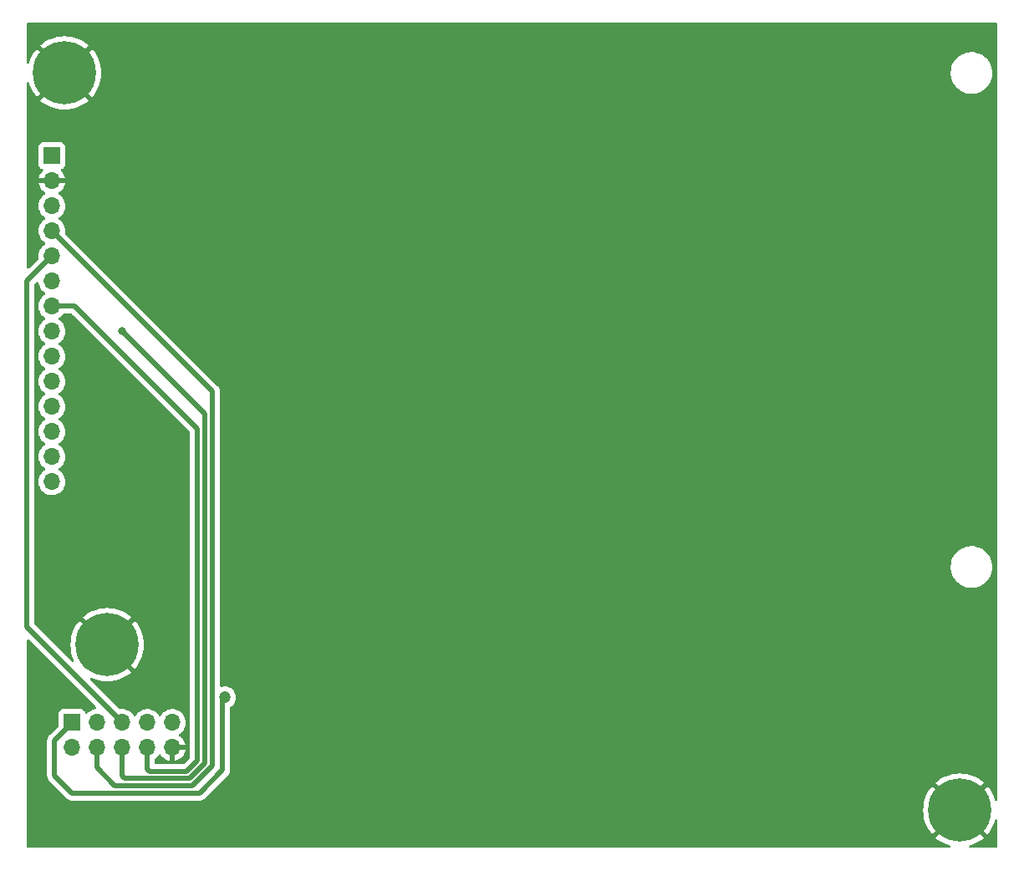
<source format=gbr>
%TF.GenerationSoftware,KiCad,Pcbnew,(6.0.7)*%
%TF.CreationDate,2023-04-15T21:14:02+02:00*%
%TF.ProjectId,LED board,4c454420-626f-4617-9264-2e6b69636164,rev?*%
%TF.SameCoordinates,Original*%
%TF.FileFunction,Copper,L2,Bot*%
%TF.FilePolarity,Positive*%
%FSLAX46Y46*%
G04 Gerber Fmt 4.6, Leading zero omitted, Abs format (unit mm)*
G04 Created by KiCad (PCBNEW (6.0.7)) date 2023-04-15 21:14:02*
%MOMM*%
%LPD*%
G01*
G04 APERTURE LIST*
%TA.AperFunction,ComponentPad*%
%ADD10C,6.400000*%
%TD*%
%TA.AperFunction,ComponentPad*%
%ADD11R,1.700000X1.700000*%
%TD*%
%TA.AperFunction,ComponentPad*%
%ADD12O,1.700000X1.700000*%
%TD*%
%TA.AperFunction,ViaPad*%
%ADD13C,1.200000*%
%TD*%
%TA.AperFunction,ViaPad*%
%ADD14C,0.800000*%
%TD*%
%TA.AperFunction,Conductor*%
%ADD15C,0.500000*%
%TD*%
G04 APERTURE END LIST*
D10*
%TO.P,,1*%
%TO.N,GND*%
X125730000Y-129032000D03*
%TD*%
D11*
%TO.P,J1,1,Pin_1*%
%TO.N,+5V*%
X120142000Y-79502000D03*
D12*
%TO.P,J1,2,Pin_2*%
%TO.N,GND*%
X120142000Y-82042000D03*
%TO.P,J1,3,Pin_3*%
%TO.N,CS*%
X120142000Y-84582000D03*
%TO.P,J1,4,Pin_4*%
%TO.N,RESET*%
X120142000Y-87122000D03*
%TO.P,J1,5,Pin_5*%
%TO.N,DC{slash}RS*%
X120142000Y-89662000D03*
%TO.P,J1,6,Pin_6*%
%TO.N,MOSI*%
X120142000Y-92202000D03*
%TO.P,J1,7,Pin_7*%
%TO.N,SCK*%
X120142000Y-94742000D03*
%TO.P,J1,8,Pin_8*%
%TO.N,LED_back*%
X120142000Y-97282000D03*
%TO.P,J1,9,Pin_9*%
%TO.N,MISO*%
X120142000Y-99822000D03*
%TO.P,J1,10,Pin_10*%
%TO.N,unconnected-(J1-Pad10)*%
X120142000Y-102362000D03*
%TO.P,J1,11,Pin_11*%
%TO.N,unconnected-(J1-Pad11)*%
X120142000Y-104902000D03*
%TO.P,J1,12,Pin_12*%
%TO.N,unconnected-(J1-Pad12)*%
X120142000Y-107442000D03*
%TO.P,J1,13,Pin_13*%
%TO.N,unconnected-(J1-Pad13)*%
X120142000Y-109982000D03*
%TO.P,J1,14,Pin_14*%
%TO.N,unconnected-(J1-Pad14)*%
X120142000Y-112522000D03*
%TD*%
D11*
%TO.P,J2,1,Pin_1*%
%TO.N,+5V*%
X122174000Y-136906000D03*
D12*
%TO.P,J2,2,Pin_2*%
%TO.N,N_in*%
X122174000Y-139446000D03*
%TO.P,J2,3,Pin_3*%
%TO.N,CS*%
X124714000Y-136906000D03*
%TO.P,J2,4,Pin_4*%
%TO.N,RESET*%
X124714000Y-139446000D03*
%TO.P,J2,5,Pin_5*%
%TO.N,DC{slash}RS*%
X127254000Y-136906000D03*
%TO.P,J2,6,Pin_6*%
%TO.N,LED_back*%
X127254000Y-139446000D03*
%TO.P,J2,7,Pin_7*%
%TO.N,MISO*%
X129794000Y-136906000D03*
%TO.P,J2,8,Pin_8*%
%TO.N,SCK*%
X129794000Y-139446000D03*
%TO.P,J2,9,Pin_9*%
%TO.N,MOSI*%
X132334000Y-136906000D03*
%TO.P,J2,10,Pin_10*%
%TO.N,GND*%
X132334000Y-139446000D03*
%TD*%
D10*
%TO.P,,1*%
%TO.N,GND*%
X212090000Y-145796000D03*
%TD*%
%TO.P,,1*%
%TO.N,GND*%
X121412000Y-71120000D03*
%TD*%
D13*
%TO.N,+5V*%
X137668000Y-134366000D03*
D14*
%TO.N,GND*%
X149606000Y-94742000D03*
X127733615Y-87868829D03*
X172720000Y-145034000D03*
X205740000Y-145288000D03*
X119634000Y-134112000D03*
X141928905Y-125390650D03*
X163568157Y-75966318D03*
X209144609Y-95524716D03*
X118618000Y-146304000D03*
X172001595Y-93730368D03*
X129032000Y-147320000D03*
X128778000Y-103886000D03*
X149352000Y-115062000D03*
X147828000Y-145542000D03*
X125348534Y-109520635D03*
X162814000Y-144526000D03*
X145445237Y-77760666D03*
X122908811Y-147534240D03*
X196596000Y-73914000D03*
X128270000Y-76200000D03*
X165354000Y-87884000D03*
X210938958Y-81528798D03*
X185279774Y-122081074D03*
%TO.N,LED_back*%
X127254000Y-97282000D03*
%TD*%
D15*
%TO.N,+5V*%
X135091000Y-144055000D02*
X137414000Y-141732000D01*
X137414000Y-134620000D02*
X137668000Y-134366000D01*
X122194000Y-144055000D02*
X135091000Y-144055000D01*
X122174000Y-136906000D02*
X122174000Y-136963000D01*
X122174000Y-136963000D02*
X120416000Y-138721000D01*
X137414000Y-141732000D02*
X137414000Y-134620000D01*
X120416000Y-138721000D02*
X120416000Y-142277000D01*
X120416000Y-142277000D02*
X122194000Y-144055000D01*
%TO.N,RESET*%
X126512000Y-143293000D02*
X134386000Y-143293000D01*
X124714000Y-139446000D02*
X124714000Y-141495000D01*
X134386000Y-143293000D02*
X136398000Y-141281000D01*
X124714000Y-141495000D02*
X126512000Y-143293000D01*
X136398000Y-141281000D02*
X136398000Y-103378000D01*
X136398000Y-103378000D02*
X120142000Y-87122000D01*
%TO.N,DC{slash}RS*%
X127254000Y-136906000D02*
X117602000Y-127254000D01*
X117602000Y-127254000D02*
X117602000Y-126746000D01*
X117602000Y-92202000D02*
X120142000Y-89662000D01*
X117602000Y-126746000D02*
X117602000Y-92202000D01*
%TO.N,SCK*%
X129794000Y-141619000D02*
X129794000Y-139446000D01*
X134874000Y-107188000D02*
X134874000Y-140799050D01*
X134874000Y-140799050D02*
X133780050Y-141893000D01*
X130068000Y-141893000D02*
X129794000Y-141619000D01*
X122428000Y-94742000D02*
X134874000Y-107188000D01*
X120142000Y-94742000D02*
X122428000Y-94742000D01*
X133780050Y-141893000D02*
X130068000Y-141893000D01*
%TO.N,LED_back*%
X134070000Y-142593000D02*
X127528000Y-142593000D01*
X135636000Y-105664000D02*
X135636000Y-141027000D01*
X127254000Y-97282000D02*
X135636000Y-105664000D01*
X127528000Y-142593000D02*
X127254000Y-142319000D01*
X127254000Y-142319000D02*
X127254000Y-139446000D01*
X135636000Y-141027000D02*
X134070000Y-142593000D01*
%TD*%
%TA.AperFunction,Conductor*%
%TO.N,GND*%
G36*
X215841621Y-66060502D02*
G01*
X215888114Y-66114158D01*
X215899500Y-66166500D01*
X215899500Y-144729569D01*
X215879498Y-144797690D01*
X215825842Y-144844183D01*
X215755568Y-144854287D01*
X215690988Y-144824793D01*
X215651793Y-144762180D01*
X215622212Y-144651785D01*
X215620171Y-144645502D01*
X215483260Y-144288836D01*
X215480578Y-144282811D01*
X215307128Y-143942397D01*
X215303831Y-143936687D01*
X215095747Y-143616265D01*
X215091877Y-143610939D01*
X214898522Y-143372165D01*
X214886267Y-143363700D01*
X214875176Y-143370034D01*
X212462022Y-145783188D01*
X212454408Y-145797132D01*
X212454539Y-145798965D01*
X212458790Y-145805580D01*
X214874310Y-148221100D01*
X214887386Y-148228241D01*
X214897753Y-148220784D01*
X215091877Y-147981061D01*
X215095747Y-147975735D01*
X215303831Y-147655313D01*
X215307128Y-147649603D01*
X215480578Y-147309189D01*
X215483260Y-147303164D01*
X215620171Y-146946498D01*
X215622212Y-146940215D01*
X215651793Y-146829820D01*
X215688745Y-146769197D01*
X215752606Y-146738176D01*
X215823100Y-146746604D01*
X215877847Y-146791807D01*
X215899500Y-146862431D01*
X215899500Y-149479500D01*
X215879498Y-149547621D01*
X215825842Y-149594114D01*
X215773500Y-149605500D01*
X213156431Y-149605500D01*
X213088310Y-149585498D01*
X213041817Y-149531842D01*
X213031713Y-149461568D01*
X213061207Y-149396988D01*
X213123820Y-149357793D01*
X213234215Y-149328212D01*
X213240498Y-149326171D01*
X213597164Y-149189260D01*
X213603189Y-149186578D01*
X213943606Y-149013127D01*
X213949315Y-149009830D01*
X214269728Y-148801751D01*
X214275065Y-148797874D01*
X214513835Y-148604522D01*
X214522300Y-148592267D01*
X214515966Y-148581176D01*
X212102812Y-146168022D01*
X212088868Y-146160408D01*
X212087035Y-146160539D01*
X212080420Y-146164790D01*
X209664900Y-148580310D01*
X209657759Y-148593386D01*
X209665216Y-148603753D01*
X209904935Y-148797874D01*
X209910272Y-148801751D01*
X210230685Y-149009830D01*
X210236394Y-149013127D01*
X210576811Y-149186578D01*
X210582836Y-149189260D01*
X210939502Y-149326171D01*
X210945785Y-149328212D01*
X211056180Y-149357793D01*
X211116803Y-149394745D01*
X211147824Y-149458606D01*
X211139396Y-149529100D01*
X211094193Y-149583847D01*
X211023569Y-149605500D01*
X117728500Y-149605500D01*
X117660379Y-149585498D01*
X117613886Y-149531842D01*
X117602500Y-149479500D01*
X117602500Y-145799301D01*
X208377084Y-145799301D01*
X208397080Y-146180833D01*
X208397766Y-146187371D01*
X208457535Y-146564734D01*
X208458906Y-146571184D01*
X208557788Y-146940216D01*
X208559829Y-146946498D01*
X208696740Y-147303164D01*
X208699422Y-147309189D01*
X208872872Y-147649603D01*
X208876169Y-147655313D01*
X209084253Y-147975735D01*
X209088123Y-147981061D01*
X209281478Y-148219835D01*
X209293733Y-148228300D01*
X209304824Y-148221966D01*
X211717978Y-145808812D01*
X211725592Y-145794868D01*
X211725461Y-145793035D01*
X211721210Y-145786420D01*
X209305690Y-143370900D01*
X209292614Y-143363759D01*
X209282247Y-143371216D01*
X209088123Y-143610939D01*
X209084253Y-143616265D01*
X208876169Y-143936687D01*
X208872872Y-143942397D01*
X208699422Y-144282811D01*
X208696740Y-144288836D01*
X208559829Y-144645502D01*
X208557788Y-144651784D01*
X208458906Y-145020816D01*
X208457535Y-145027266D01*
X208397766Y-145404629D01*
X208397080Y-145411167D01*
X208377084Y-145792699D01*
X208377084Y-145799301D01*
X117602500Y-145799301D01*
X117602500Y-128631371D01*
X117622502Y-128563250D01*
X117676158Y-128516757D01*
X117746432Y-128506653D01*
X117811012Y-128536147D01*
X117817595Y-128542276D01*
X124618603Y-135343284D01*
X124652629Y-135405596D01*
X124647564Y-135476411D01*
X124605017Y-135533247D01*
X124548567Y-135556929D01*
X124547914Y-135557029D01*
X124398091Y-135579955D01*
X124185756Y-135649357D01*
X123987607Y-135752507D01*
X123983474Y-135755610D01*
X123983471Y-135755612D01*
X123813100Y-135883530D01*
X123808965Y-135886635D01*
X123752537Y-135945684D01*
X123728283Y-135971064D01*
X123666759Y-136006494D01*
X123595846Y-136003037D01*
X123538060Y-135961791D01*
X123519207Y-135928243D01*
X123477767Y-135817703D01*
X123474615Y-135809295D01*
X123387261Y-135692739D01*
X123270705Y-135605385D01*
X123134316Y-135554255D01*
X123072134Y-135547500D01*
X121275866Y-135547500D01*
X121213684Y-135554255D01*
X121077295Y-135605385D01*
X120960739Y-135692739D01*
X120873385Y-135809295D01*
X120822255Y-135945684D01*
X120815500Y-136007866D01*
X120815500Y-137196629D01*
X120795498Y-137264750D01*
X120778595Y-137285724D01*
X119927089Y-138137230D01*
X119912677Y-138149616D01*
X119901082Y-138158149D01*
X119901077Y-138158154D01*
X119895182Y-138162492D01*
X119890443Y-138168070D01*
X119890440Y-138168073D01*
X119860965Y-138202768D01*
X119854035Y-138210284D01*
X119848340Y-138215979D01*
X119846060Y-138218861D01*
X119830719Y-138238251D01*
X119827928Y-138241655D01*
X119788453Y-138288120D01*
X119780667Y-138297285D01*
X119777339Y-138303801D01*
X119773972Y-138308850D01*
X119770805Y-138313979D01*
X119766266Y-138319716D01*
X119735345Y-138385875D01*
X119733442Y-138389769D01*
X119700231Y-138454808D01*
X119698492Y-138461916D01*
X119696393Y-138467559D01*
X119694476Y-138473322D01*
X119691378Y-138479950D01*
X119689888Y-138487112D01*
X119689888Y-138487113D01*
X119676514Y-138551412D01*
X119675544Y-138555696D01*
X119658192Y-138626610D01*
X119657500Y-138637764D01*
X119657464Y-138637762D01*
X119657225Y-138641755D01*
X119656851Y-138645947D01*
X119655360Y-138653115D01*
X119655558Y-138660432D01*
X119657454Y-138730521D01*
X119657500Y-138733928D01*
X119657500Y-142209930D01*
X119656067Y-142228880D01*
X119654434Y-142239617D01*
X119652801Y-142250349D01*
X119653394Y-142257641D01*
X119653394Y-142257644D01*
X119657085Y-142303018D01*
X119657500Y-142313233D01*
X119657500Y-142321293D01*
X119657925Y-142324937D01*
X119660789Y-142349507D01*
X119661222Y-142353882D01*
X119667140Y-142426637D01*
X119669396Y-142433601D01*
X119670587Y-142439560D01*
X119671971Y-142445415D01*
X119672818Y-142452681D01*
X119697735Y-142521327D01*
X119699152Y-142525455D01*
X119721649Y-142594899D01*
X119725445Y-142601154D01*
X119727951Y-142606628D01*
X119730670Y-142612058D01*
X119733167Y-142618937D01*
X119737180Y-142625057D01*
X119737180Y-142625058D01*
X119773186Y-142679976D01*
X119775523Y-142683680D01*
X119813405Y-142746107D01*
X119817121Y-142750315D01*
X119817122Y-142750316D01*
X119820803Y-142754484D01*
X119820776Y-142754508D01*
X119823429Y-142757500D01*
X119826132Y-142760733D01*
X119830144Y-142766852D01*
X119858932Y-142794123D01*
X119886383Y-142820128D01*
X119888825Y-142822506D01*
X121610230Y-144543911D01*
X121622616Y-144558323D01*
X121631149Y-144569918D01*
X121631154Y-144569923D01*
X121635492Y-144575818D01*
X121641070Y-144580557D01*
X121641073Y-144580560D01*
X121675768Y-144610035D01*
X121683284Y-144616965D01*
X121688980Y-144622661D01*
X121691841Y-144624924D01*
X121691846Y-144624929D01*
X121711266Y-144640293D01*
X121714667Y-144643082D01*
X121770285Y-144690333D01*
X121776798Y-144693659D01*
X121781837Y-144697020D01*
X121786979Y-144700196D01*
X121792716Y-144704734D01*
X121858875Y-144735655D01*
X121862769Y-144737558D01*
X121927808Y-144770769D01*
X121934917Y-144772508D01*
X121940551Y-144774604D01*
X121946321Y-144776523D01*
X121952950Y-144779622D01*
X121960113Y-144781112D01*
X121960116Y-144781113D01*
X122010830Y-144791661D01*
X122024435Y-144794491D01*
X122028701Y-144795457D01*
X122099610Y-144812808D01*
X122105212Y-144813156D01*
X122105215Y-144813156D01*
X122110764Y-144813500D01*
X122110762Y-144813535D01*
X122114734Y-144813775D01*
X122118955Y-144814152D01*
X122126115Y-144815641D01*
X122203542Y-144813546D01*
X122206950Y-144813500D01*
X135023930Y-144813500D01*
X135042880Y-144814933D01*
X135057115Y-144817099D01*
X135057119Y-144817099D01*
X135064349Y-144818199D01*
X135071641Y-144817606D01*
X135071644Y-144817606D01*
X135117018Y-144813915D01*
X135127233Y-144813500D01*
X135135293Y-144813500D01*
X135152680Y-144811473D01*
X135163507Y-144810211D01*
X135167882Y-144809778D01*
X135233339Y-144804454D01*
X135233342Y-144804453D01*
X135240637Y-144803860D01*
X135247601Y-144801604D01*
X135253560Y-144800413D01*
X135259415Y-144799029D01*
X135266681Y-144798182D01*
X135335327Y-144773265D01*
X135339455Y-144771848D01*
X135401936Y-144751607D01*
X135401938Y-144751606D01*
X135408899Y-144749351D01*
X135415154Y-144745555D01*
X135420628Y-144743049D01*
X135426058Y-144740330D01*
X135432937Y-144737833D01*
X135445542Y-144729569D01*
X135493976Y-144697814D01*
X135497680Y-144695477D01*
X135560107Y-144657595D01*
X135568484Y-144650197D01*
X135568508Y-144650224D01*
X135571500Y-144647571D01*
X135574733Y-144644868D01*
X135580852Y-144640856D01*
X135634128Y-144584617D01*
X135636506Y-144582175D01*
X137218948Y-142999733D01*
X209657700Y-142999733D01*
X209664034Y-143010824D01*
X212077188Y-145423978D01*
X212091132Y-145431592D01*
X212092965Y-145431461D01*
X212099580Y-145427210D01*
X214515100Y-143011690D01*
X214522241Y-142998614D01*
X214514784Y-142988247D01*
X214275065Y-142794126D01*
X214269728Y-142790249D01*
X213949315Y-142582170D01*
X213943606Y-142578873D01*
X213603189Y-142405422D01*
X213597164Y-142402740D01*
X213240498Y-142265829D01*
X213234216Y-142263788D01*
X212865184Y-142164906D01*
X212858734Y-142163535D01*
X212481371Y-142103766D01*
X212474833Y-142103080D01*
X212093301Y-142083084D01*
X212086699Y-142083084D01*
X211705167Y-142103080D01*
X211698629Y-142103766D01*
X211321266Y-142163535D01*
X211314816Y-142164906D01*
X210945784Y-142263788D01*
X210939502Y-142265829D01*
X210582836Y-142402740D01*
X210576811Y-142405422D01*
X210236397Y-142578872D01*
X210230687Y-142582169D01*
X209910265Y-142790253D01*
X209904939Y-142794123D01*
X209666165Y-142987478D01*
X209657700Y-142999733D01*
X137218948Y-142999733D01*
X137902911Y-142315770D01*
X137917323Y-142303384D01*
X137928918Y-142294851D01*
X137928923Y-142294846D01*
X137934818Y-142290508D01*
X137939557Y-142284930D01*
X137939560Y-142284927D01*
X137969035Y-142250232D01*
X137975965Y-142242716D01*
X137981660Y-142237021D01*
X137988101Y-142228880D01*
X137999281Y-142214749D01*
X138002072Y-142211345D01*
X138044591Y-142161297D01*
X138044592Y-142161295D01*
X138049333Y-142155715D01*
X138052661Y-142149199D01*
X138056028Y-142144150D01*
X138059195Y-142139021D01*
X138063734Y-142133284D01*
X138094655Y-142067125D01*
X138096561Y-142063225D01*
X138108162Y-142040506D01*
X138129769Y-141998192D01*
X138131508Y-141991084D01*
X138133607Y-141985441D01*
X138135524Y-141979678D01*
X138138622Y-141973050D01*
X138153487Y-141901583D01*
X138154457Y-141897299D01*
X138169227Y-141836937D01*
X138171808Y-141826390D01*
X138172500Y-141815236D01*
X138172536Y-141815238D01*
X138172775Y-141811245D01*
X138173149Y-141807053D01*
X138174640Y-141799885D01*
X138172546Y-141722479D01*
X138172500Y-141719072D01*
X138172500Y-135427899D01*
X138192502Y-135359778D01*
X138236931Y-135317967D01*
X138298551Y-135283458D01*
X138455186Y-135153186D01*
X138585458Y-134996551D01*
X138685004Y-134818799D01*
X138686860Y-134813332D01*
X138686862Y-134813327D01*
X138748634Y-134631352D01*
X138748635Y-134631347D01*
X138750490Y-134625883D01*
X138779723Y-134424263D01*
X138781249Y-134366000D01*
X138762608Y-134163126D01*
X138707307Y-133967047D01*
X138617201Y-133784329D01*
X138495305Y-133621091D01*
X138345703Y-133482800D01*
X138299675Y-133453759D01*
X138178288Y-133377169D01*
X138178283Y-133377167D01*
X138173404Y-133374088D01*
X137984180Y-133298595D01*
X137784366Y-133258849D01*
X137778592Y-133258773D01*
X137778588Y-133258773D01*
X137675452Y-133257424D01*
X137580655Y-133256183D01*
X137574958Y-133257162D01*
X137574957Y-133257162D01*
X137385567Y-133289705D01*
X137379870Y-133290684D01*
X137326110Y-133310517D01*
X137255278Y-133315329D01*
X137193087Y-133281082D01*
X137159285Y-133218649D01*
X137156500Y-133192305D01*
X137156500Y-121135869D01*
X211170689Y-121135869D01*
X211187238Y-121422883D01*
X211188063Y-121427088D01*
X211188064Y-121427096D01*
X211220010Y-121589921D01*
X211242586Y-121704995D01*
X211243973Y-121709045D01*
X211243974Y-121709050D01*
X211319557Y-121929807D01*
X211335710Y-121976986D01*
X211337637Y-121980817D01*
X211425310Y-122155135D01*
X211464885Y-122233822D01*
X211627721Y-122470750D01*
X211821206Y-122683388D01*
X211824501Y-122686143D01*
X211824502Y-122686144D01*
X211875258Y-122728582D01*
X212041759Y-122867798D01*
X212285298Y-123020571D01*
X212547318Y-123138877D01*
X212551437Y-123140097D01*
X212818857Y-123219311D01*
X212818862Y-123219312D01*
X212822970Y-123220529D01*
X212827204Y-123221177D01*
X212827209Y-123221178D01*
X213075811Y-123259219D01*
X213107153Y-123264015D01*
X213253485Y-123266314D01*
X213390317Y-123268464D01*
X213390323Y-123268464D01*
X213394608Y-123268531D01*
X213398860Y-123268016D01*
X213398868Y-123268016D01*
X213675756Y-123234508D01*
X213675761Y-123234507D01*
X213680017Y-123233992D01*
X213958097Y-123161039D01*
X214223704Y-123051021D01*
X214471922Y-122905974D01*
X214698159Y-122728582D01*
X214739285Y-122686144D01*
X214895244Y-122525206D01*
X214898227Y-122522128D01*
X214900760Y-122518680D01*
X214900764Y-122518675D01*
X215065887Y-122293886D01*
X215068425Y-122290431D01*
X215205604Y-122037779D01*
X215307225Y-121768848D01*
X215371407Y-121488613D01*
X215385675Y-121328748D01*
X215396743Y-121204726D01*
X215396743Y-121204724D01*
X215396963Y-121202260D01*
X215397427Y-121158000D01*
X215377873Y-120871175D01*
X215373336Y-120849264D01*
X215320443Y-120593855D01*
X215319574Y-120589658D01*
X215223607Y-120318657D01*
X215091750Y-120063188D01*
X215078488Y-120044317D01*
X214928904Y-119831482D01*
X214926441Y-119827977D01*
X214730740Y-119617378D01*
X214508268Y-119435287D01*
X214263142Y-119285073D01*
X214245048Y-119277130D01*
X214003830Y-119171243D01*
X213999898Y-119169517D01*
X213973963Y-119162129D01*
X213727534Y-119091932D01*
X213727535Y-119091932D01*
X213723406Y-119090756D01*
X213510704Y-119060485D01*
X213443036Y-119050854D01*
X213443034Y-119050854D01*
X213438784Y-119050249D01*
X213434495Y-119050227D01*
X213434488Y-119050226D01*
X213155583Y-119048765D01*
X213155576Y-119048765D01*
X213151297Y-119048743D01*
X213147053Y-119049302D01*
X213147049Y-119049302D01*
X213021660Y-119065810D01*
X212866266Y-119086268D01*
X212862126Y-119087401D01*
X212862124Y-119087401D01*
X212785311Y-119108415D01*
X212588964Y-119162129D01*
X212585016Y-119163813D01*
X212328476Y-119273237D01*
X212328472Y-119273239D01*
X212324524Y-119274923D01*
X212199960Y-119349473D01*
X212081521Y-119420357D01*
X212081517Y-119420360D01*
X212077839Y-119422561D01*
X211853472Y-119602313D01*
X211655577Y-119810851D01*
X211487814Y-120044317D01*
X211353288Y-120298392D01*
X211254489Y-120568373D01*
X211193245Y-120849264D01*
X211192909Y-120853534D01*
X211171196Y-121129428D01*
X211171195Y-121129428D01*
X211171196Y-121129430D01*
X211170689Y-121135869D01*
X137156500Y-121135869D01*
X137156500Y-103445070D01*
X137157933Y-103426120D01*
X137160099Y-103411885D01*
X137160099Y-103411881D01*
X137161199Y-103404651D01*
X137156915Y-103351982D01*
X137156500Y-103341767D01*
X137156500Y-103333707D01*
X137153209Y-103305480D01*
X137152778Y-103301121D01*
X137147454Y-103235662D01*
X137147453Y-103235659D01*
X137146860Y-103228364D01*
X137144604Y-103221400D01*
X137143417Y-103215461D01*
X137142030Y-103209590D01*
X137141182Y-103202319D01*
X137138686Y-103195443D01*
X137138684Y-103195434D01*
X137116275Y-103133702D01*
X137114865Y-103129598D01*
X137092352Y-103060101D01*
X137088556Y-103053846D01*
X137086057Y-103048387D01*
X137083329Y-103042939D01*
X137080833Y-103036063D01*
X137040805Y-102975010D01*
X137038481Y-102971327D01*
X137003504Y-102913686D01*
X137003501Y-102913682D01*
X137000595Y-102908893D01*
X136996886Y-102904694D01*
X136996883Y-102904689D01*
X136993197Y-102900516D01*
X136993224Y-102900492D01*
X136990571Y-102897500D01*
X136987868Y-102894267D01*
X136983856Y-102888148D01*
X136927617Y-102834872D01*
X136925175Y-102832494D01*
X121521609Y-87428928D01*
X121487583Y-87366616D01*
X121485782Y-87323389D01*
X121503529Y-87188590D01*
X121505156Y-87122000D01*
X121486852Y-86899361D01*
X121432431Y-86682702D01*
X121343354Y-86477840D01*
X121222014Y-86290277D01*
X121071670Y-86125051D01*
X121067619Y-86121852D01*
X121067615Y-86121848D01*
X120900414Y-85989800D01*
X120900410Y-85989798D01*
X120896359Y-85986598D01*
X120855053Y-85963796D01*
X120805084Y-85913364D01*
X120790312Y-85843921D01*
X120815428Y-85777516D01*
X120842780Y-85750909D01*
X120886603Y-85719650D01*
X121021860Y-85623173D01*
X121180096Y-85465489D01*
X121239594Y-85382689D01*
X121307435Y-85288277D01*
X121310453Y-85284077D01*
X121409430Y-85083811D01*
X121474370Y-84870069D01*
X121503529Y-84648590D01*
X121505156Y-84582000D01*
X121486852Y-84359361D01*
X121432431Y-84142702D01*
X121343354Y-83937840D01*
X121222014Y-83750277D01*
X121071670Y-83585051D01*
X121067619Y-83581852D01*
X121067615Y-83581848D01*
X120900414Y-83449800D01*
X120900410Y-83449798D01*
X120896359Y-83446598D01*
X120854569Y-83423529D01*
X120804598Y-83373097D01*
X120789826Y-83303654D01*
X120814942Y-83237248D01*
X120842294Y-83210641D01*
X121017328Y-83085792D01*
X121025200Y-83079139D01*
X121176052Y-82928812D01*
X121182730Y-82920965D01*
X121307003Y-82748020D01*
X121312313Y-82739183D01*
X121406670Y-82548267D01*
X121410469Y-82538672D01*
X121472377Y-82334910D01*
X121474555Y-82324837D01*
X121475986Y-82313962D01*
X121473775Y-82299778D01*
X121460617Y-82296000D01*
X118825225Y-82296000D01*
X118811694Y-82299973D01*
X118810257Y-82309966D01*
X118840565Y-82444446D01*
X118843645Y-82454275D01*
X118923770Y-82651603D01*
X118928413Y-82660794D01*
X119039694Y-82842388D01*
X119045777Y-82850699D01*
X119185213Y-83011667D01*
X119192580Y-83018883D01*
X119356434Y-83154916D01*
X119364881Y-83160831D01*
X119433969Y-83201203D01*
X119482693Y-83252842D01*
X119495764Y-83322625D01*
X119469033Y-83388396D01*
X119428584Y-83421752D01*
X119415607Y-83428507D01*
X119411474Y-83431610D01*
X119411471Y-83431612D01*
X119387247Y-83449800D01*
X119236965Y-83562635D01*
X119082629Y-83724138D01*
X118956743Y-83908680D01*
X118862688Y-84111305D01*
X118802989Y-84326570D01*
X118779251Y-84548695D01*
X118779548Y-84553848D01*
X118779548Y-84553851D01*
X118785011Y-84648590D01*
X118792110Y-84771715D01*
X118793247Y-84776761D01*
X118793248Y-84776767D01*
X118813119Y-84864939D01*
X118841222Y-84989639D01*
X118925266Y-85196616D01*
X119041987Y-85387088D01*
X119188250Y-85555938D01*
X119360126Y-85698632D01*
X119430595Y-85739811D01*
X119433445Y-85741476D01*
X119482169Y-85793114D01*
X119495240Y-85862897D01*
X119468509Y-85928669D01*
X119428055Y-85962027D01*
X119415607Y-85968507D01*
X119411474Y-85971610D01*
X119411471Y-85971612D01*
X119387247Y-85989800D01*
X119236965Y-86102635D01*
X119082629Y-86264138D01*
X118956743Y-86448680D01*
X118862688Y-86651305D01*
X118802989Y-86866570D01*
X118779251Y-87088695D01*
X118779548Y-87093848D01*
X118779548Y-87093851D01*
X118785011Y-87188590D01*
X118792110Y-87311715D01*
X118793247Y-87316761D01*
X118793248Y-87316767D01*
X118808624Y-87384991D01*
X118841222Y-87529639D01*
X118925266Y-87736616D01*
X119041987Y-87927088D01*
X119188250Y-88095938D01*
X119360126Y-88238632D01*
X119430595Y-88279811D01*
X119433445Y-88281476D01*
X119482169Y-88333114D01*
X119495240Y-88402897D01*
X119468509Y-88468669D01*
X119428055Y-88502027D01*
X119415607Y-88508507D01*
X119411474Y-88511610D01*
X119411471Y-88511612D01*
X119241100Y-88639530D01*
X119236965Y-88642635D01*
X119082629Y-88804138D01*
X118956743Y-88988680D01*
X118862688Y-89191305D01*
X118802989Y-89406570D01*
X118779251Y-89628695D01*
X118792110Y-89851715D01*
X118793247Y-89856760D01*
X118793966Y-89861877D01*
X118792518Y-89862081D01*
X118788398Y-89926274D01*
X118759119Y-89972200D01*
X117817595Y-90913724D01*
X117755283Y-90947750D01*
X117684468Y-90942685D01*
X117627632Y-90900138D01*
X117602821Y-90833618D01*
X117602500Y-90824629D01*
X117602500Y-80400134D01*
X118783500Y-80400134D01*
X118790255Y-80462316D01*
X118841385Y-80598705D01*
X118928739Y-80715261D01*
X119045295Y-80802615D01*
X119053704Y-80805767D01*
X119053705Y-80805768D01*
X119162960Y-80846726D01*
X119219725Y-80889367D01*
X119244425Y-80955929D01*
X119229218Y-81025278D01*
X119209825Y-81051759D01*
X119086590Y-81180717D01*
X119080104Y-81188727D01*
X118960098Y-81364649D01*
X118955000Y-81373623D01*
X118865338Y-81566783D01*
X118861775Y-81576470D01*
X118806389Y-81776183D01*
X118807912Y-81784607D01*
X118820292Y-81788000D01*
X121460344Y-81788000D01*
X121473875Y-81784027D01*
X121475180Y-81774947D01*
X121433214Y-81607875D01*
X121429894Y-81598124D01*
X121344972Y-81402814D01*
X121340105Y-81393739D01*
X121224426Y-81214926D01*
X121218136Y-81206757D01*
X121074293Y-81048677D01*
X121043241Y-80984831D01*
X121051635Y-80914333D01*
X121096812Y-80859564D01*
X121123256Y-80845895D01*
X121230297Y-80805767D01*
X121238705Y-80802615D01*
X121355261Y-80715261D01*
X121442615Y-80598705D01*
X121493745Y-80462316D01*
X121500500Y-80400134D01*
X121500500Y-78603866D01*
X121493745Y-78541684D01*
X121442615Y-78405295D01*
X121355261Y-78288739D01*
X121238705Y-78201385D01*
X121102316Y-78150255D01*
X121040134Y-78143500D01*
X119243866Y-78143500D01*
X119181684Y-78150255D01*
X119045295Y-78201385D01*
X118928739Y-78288739D01*
X118841385Y-78405295D01*
X118790255Y-78541684D01*
X118783500Y-78603866D01*
X118783500Y-80400134D01*
X117602500Y-80400134D01*
X117602500Y-73917386D01*
X118979759Y-73917386D01*
X118987216Y-73927753D01*
X119226935Y-74121874D01*
X119232272Y-74125751D01*
X119552685Y-74333830D01*
X119558394Y-74337127D01*
X119898811Y-74510578D01*
X119904836Y-74513260D01*
X120261502Y-74650171D01*
X120267784Y-74652212D01*
X120636816Y-74751094D01*
X120643266Y-74752465D01*
X121020629Y-74812234D01*
X121027167Y-74812920D01*
X121408699Y-74832916D01*
X121415301Y-74832916D01*
X121796833Y-74812920D01*
X121803371Y-74812234D01*
X122180734Y-74752465D01*
X122187184Y-74751094D01*
X122556216Y-74652212D01*
X122562498Y-74650171D01*
X122919164Y-74513260D01*
X122925189Y-74510578D01*
X123265606Y-74337127D01*
X123271315Y-74333830D01*
X123591728Y-74125751D01*
X123597065Y-74121874D01*
X123835835Y-73928522D01*
X123844300Y-73916267D01*
X123837966Y-73905176D01*
X121424812Y-71492022D01*
X121410868Y-71484408D01*
X121409035Y-71484539D01*
X121402420Y-71488790D01*
X118986900Y-73904310D01*
X118979759Y-73917386D01*
X117602500Y-73917386D01*
X117602500Y-72186431D01*
X117622502Y-72118310D01*
X117676158Y-72071817D01*
X117746432Y-72061713D01*
X117811012Y-72091207D01*
X117850207Y-72153820D01*
X117879788Y-72264215D01*
X117881829Y-72270498D01*
X118018740Y-72627164D01*
X118021422Y-72633189D01*
X118194872Y-72973603D01*
X118198169Y-72979313D01*
X118406253Y-73299735D01*
X118410123Y-73305061D01*
X118603478Y-73543835D01*
X118615733Y-73552300D01*
X118626824Y-73545966D01*
X121039978Y-71132812D01*
X121046356Y-71121132D01*
X121776408Y-71121132D01*
X121776539Y-71122965D01*
X121780790Y-71129580D01*
X124196310Y-73545100D01*
X124209386Y-73552241D01*
X124219753Y-73544784D01*
X124413877Y-73305061D01*
X124417747Y-73299735D01*
X124625831Y-72979313D01*
X124629128Y-72973603D01*
X124802578Y-72633189D01*
X124805260Y-72627164D01*
X124942171Y-72270498D01*
X124944212Y-72264216D01*
X125043094Y-71895184D01*
X125044465Y-71888734D01*
X125104234Y-71511371D01*
X125104920Y-71504833D01*
X125124916Y-71123301D01*
X125124916Y-71116699D01*
X125123929Y-71097869D01*
X211170689Y-71097869D01*
X211187238Y-71384883D01*
X211188063Y-71389088D01*
X211188064Y-71389096D01*
X211208258Y-71492022D01*
X211242586Y-71666995D01*
X211243973Y-71671045D01*
X211243974Y-71671050D01*
X211319557Y-71891807D01*
X211335710Y-71938986D01*
X211337637Y-71942817D01*
X211425901Y-72118310D01*
X211464885Y-72195822D01*
X211627721Y-72432750D01*
X211821206Y-72645388D01*
X211824501Y-72648143D01*
X211824502Y-72648144D01*
X211875258Y-72690582D01*
X212041759Y-72829798D01*
X212285298Y-72982571D01*
X212547318Y-73100877D01*
X212551437Y-73102097D01*
X212818857Y-73181311D01*
X212818862Y-73181312D01*
X212822970Y-73182529D01*
X212827204Y-73183177D01*
X212827209Y-73183178D01*
X213075811Y-73221219D01*
X213107153Y-73226015D01*
X213253485Y-73228314D01*
X213390317Y-73230464D01*
X213390323Y-73230464D01*
X213394608Y-73230531D01*
X213398860Y-73230016D01*
X213398868Y-73230016D01*
X213675756Y-73196508D01*
X213675761Y-73196507D01*
X213680017Y-73195992D01*
X213958097Y-73123039D01*
X214223704Y-73013021D01*
X214471922Y-72867974D01*
X214698159Y-72690582D01*
X214739285Y-72648144D01*
X214895244Y-72487206D01*
X214898227Y-72484128D01*
X214900760Y-72480680D01*
X214900764Y-72480675D01*
X215065887Y-72255886D01*
X215068425Y-72252431D01*
X215119655Y-72158078D01*
X215203554Y-72003555D01*
X215203555Y-72003553D01*
X215205604Y-71999779D01*
X215307225Y-71730848D01*
X215361923Y-71492022D01*
X215370449Y-71454797D01*
X215370450Y-71454793D01*
X215371407Y-71450613D01*
X215385675Y-71290748D01*
X215396743Y-71166726D01*
X215396743Y-71166724D01*
X215396963Y-71164260D01*
X215397427Y-71120000D01*
X215377873Y-70833175D01*
X215373336Y-70811264D01*
X215320443Y-70555855D01*
X215319574Y-70551658D01*
X215223607Y-70280657D01*
X215112656Y-70065692D01*
X215093715Y-70028995D01*
X215093715Y-70028994D01*
X215091750Y-70025188D01*
X215078488Y-70006317D01*
X214928904Y-69793482D01*
X214926441Y-69789977D01*
X214761831Y-69612836D01*
X214733661Y-69582521D01*
X214733658Y-69582519D01*
X214730740Y-69579378D01*
X214508268Y-69397287D01*
X214263142Y-69247073D01*
X214245048Y-69239130D01*
X214003830Y-69133243D01*
X213999898Y-69131517D01*
X213973963Y-69124129D01*
X213727534Y-69053932D01*
X213727535Y-69053932D01*
X213723406Y-69052756D01*
X213510704Y-69022485D01*
X213443036Y-69012854D01*
X213443034Y-69012854D01*
X213438784Y-69012249D01*
X213434495Y-69012227D01*
X213434488Y-69012226D01*
X213155583Y-69010765D01*
X213155576Y-69010765D01*
X213151297Y-69010743D01*
X213147053Y-69011302D01*
X213147049Y-69011302D01*
X213021660Y-69027810D01*
X212866266Y-69048268D01*
X212862126Y-69049401D01*
X212862124Y-69049401D01*
X212785311Y-69070415D01*
X212588964Y-69124129D01*
X212585016Y-69125813D01*
X212328476Y-69235237D01*
X212328472Y-69235239D01*
X212324524Y-69236923D01*
X212275277Y-69266397D01*
X212081521Y-69382357D01*
X212081517Y-69382360D01*
X212077839Y-69384561D01*
X211853472Y-69564313D01*
X211655577Y-69772851D01*
X211487814Y-70006317D01*
X211353288Y-70260392D01*
X211254489Y-70530373D01*
X211193245Y-70811264D01*
X211192909Y-70815534D01*
X211171196Y-71091428D01*
X211171195Y-71091428D01*
X211171196Y-71091430D01*
X211170689Y-71097869D01*
X125123929Y-71097869D01*
X125104920Y-70735167D01*
X125104234Y-70728629D01*
X125044465Y-70351266D01*
X125043094Y-70344816D01*
X124944212Y-69975784D01*
X124942171Y-69969502D01*
X124805260Y-69612836D01*
X124802578Y-69606811D01*
X124629128Y-69266397D01*
X124625831Y-69260687D01*
X124417747Y-68940265D01*
X124413877Y-68934939D01*
X124220522Y-68696165D01*
X124208267Y-68687700D01*
X124197176Y-68694034D01*
X121784022Y-71107188D01*
X121776408Y-71121132D01*
X121046356Y-71121132D01*
X121047592Y-71118868D01*
X121047461Y-71117035D01*
X121043210Y-71110420D01*
X118627690Y-68694900D01*
X118614614Y-68687759D01*
X118604247Y-68695216D01*
X118410123Y-68934939D01*
X118406253Y-68940265D01*
X118198169Y-69260687D01*
X118194872Y-69266397D01*
X118021422Y-69606811D01*
X118018740Y-69612836D01*
X117881829Y-69969502D01*
X117879788Y-69975785D01*
X117850207Y-70086180D01*
X117813255Y-70146803D01*
X117749394Y-70177824D01*
X117678900Y-70169396D01*
X117624153Y-70124193D01*
X117602500Y-70053569D01*
X117602500Y-68323733D01*
X118979700Y-68323733D01*
X118986034Y-68334824D01*
X121399188Y-70747978D01*
X121413132Y-70755592D01*
X121414965Y-70755461D01*
X121421580Y-70751210D01*
X123837100Y-68335690D01*
X123844241Y-68322614D01*
X123836784Y-68312247D01*
X123597065Y-68118126D01*
X123591728Y-68114249D01*
X123271315Y-67906170D01*
X123265606Y-67902873D01*
X122925189Y-67729422D01*
X122919164Y-67726740D01*
X122562498Y-67589829D01*
X122556216Y-67587788D01*
X122187184Y-67488906D01*
X122180734Y-67487535D01*
X121803371Y-67427766D01*
X121796833Y-67427080D01*
X121415301Y-67407084D01*
X121408699Y-67407084D01*
X121027167Y-67427080D01*
X121020629Y-67427766D01*
X120643266Y-67487535D01*
X120636816Y-67488906D01*
X120267784Y-67587788D01*
X120261502Y-67589829D01*
X119904836Y-67726740D01*
X119898811Y-67729422D01*
X119558397Y-67902872D01*
X119552687Y-67906169D01*
X119232265Y-68114253D01*
X119226939Y-68118123D01*
X118988165Y-68311478D01*
X118979700Y-68323733D01*
X117602500Y-68323733D01*
X117602500Y-66166500D01*
X117622502Y-66098379D01*
X117676158Y-66051886D01*
X117728500Y-66040500D01*
X215773500Y-66040500D01*
X215841621Y-66060502D01*
G37*
%TD.AperFunction*%
%TA.AperFunction,Conductor*%
G36*
X118709783Y-92271064D02*
G01*
X118766619Y-92313611D01*
X118791542Y-92381865D01*
X118792110Y-92391715D01*
X118793247Y-92396761D01*
X118793248Y-92396767D01*
X118811843Y-92479276D01*
X118841222Y-92609639D01*
X118925266Y-92816616D01*
X119041987Y-93007088D01*
X119188250Y-93175938D01*
X119360126Y-93318632D01*
X119430595Y-93359811D01*
X119433445Y-93361476D01*
X119482169Y-93413114D01*
X119495240Y-93482897D01*
X119468509Y-93548669D01*
X119428055Y-93582027D01*
X119415607Y-93588507D01*
X119411474Y-93591610D01*
X119411471Y-93591612D01*
X119387247Y-93609800D01*
X119236965Y-93722635D01*
X119082629Y-93884138D01*
X118956743Y-94068680D01*
X118945795Y-94092266D01*
X118871144Y-94253089D01*
X118862688Y-94271305D01*
X118802989Y-94486570D01*
X118779251Y-94708695D01*
X118792110Y-94931715D01*
X118793247Y-94936761D01*
X118793248Y-94936767D01*
X118817304Y-95043508D01*
X118841222Y-95149639D01*
X118925266Y-95356616D01*
X119041987Y-95547088D01*
X119188250Y-95715938D01*
X119360126Y-95858632D01*
X119430595Y-95899811D01*
X119433445Y-95901476D01*
X119482169Y-95953114D01*
X119495240Y-96022897D01*
X119468509Y-96088669D01*
X119428055Y-96122027D01*
X119415607Y-96128507D01*
X119411474Y-96131610D01*
X119411471Y-96131612D01*
X119387247Y-96149800D01*
X119236965Y-96262635D01*
X119082629Y-96424138D01*
X118956743Y-96608680D01*
X118862688Y-96811305D01*
X118802989Y-97026570D01*
X118779251Y-97248695D01*
X118779548Y-97253848D01*
X118779548Y-97253851D01*
X118785011Y-97348590D01*
X118792110Y-97471715D01*
X118793247Y-97476761D01*
X118793248Y-97476767D01*
X118813119Y-97564939D01*
X118841222Y-97689639D01*
X118925266Y-97896616D01*
X119041987Y-98087088D01*
X119188250Y-98255938D01*
X119360126Y-98398632D01*
X119430595Y-98439811D01*
X119433445Y-98441476D01*
X119482169Y-98493114D01*
X119495240Y-98562897D01*
X119468509Y-98628669D01*
X119428055Y-98662027D01*
X119415607Y-98668507D01*
X119411474Y-98671610D01*
X119411471Y-98671612D01*
X119387247Y-98689800D01*
X119236965Y-98802635D01*
X119082629Y-98964138D01*
X118956743Y-99148680D01*
X118862688Y-99351305D01*
X118802989Y-99566570D01*
X118779251Y-99788695D01*
X118779548Y-99793848D01*
X118779548Y-99793851D01*
X118785011Y-99888590D01*
X118792110Y-100011715D01*
X118793247Y-100016761D01*
X118793248Y-100016767D01*
X118813119Y-100104939D01*
X118841222Y-100229639D01*
X118925266Y-100436616D01*
X119041987Y-100627088D01*
X119188250Y-100795938D01*
X119360126Y-100938632D01*
X119430595Y-100979811D01*
X119433445Y-100981476D01*
X119482169Y-101033114D01*
X119495240Y-101102897D01*
X119468509Y-101168669D01*
X119428055Y-101202027D01*
X119415607Y-101208507D01*
X119411474Y-101211610D01*
X119411471Y-101211612D01*
X119387247Y-101229800D01*
X119236965Y-101342635D01*
X119082629Y-101504138D01*
X118956743Y-101688680D01*
X118862688Y-101891305D01*
X118802989Y-102106570D01*
X118779251Y-102328695D01*
X118779548Y-102333848D01*
X118779548Y-102333851D01*
X118785011Y-102428590D01*
X118792110Y-102551715D01*
X118793247Y-102556761D01*
X118793248Y-102556767D01*
X118813119Y-102644939D01*
X118841222Y-102769639D01*
X118925266Y-102976616D01*
X118927965Y-102981020D01*
X119020271Y-103131650D01*
X119041987Y-103167088D01*
X119188250Y-103335938D01*
X119360126Y-103478632D01*
X119430595Y-103519811D01*
X119433445Y-103521476D01*
X119482169Y-103573114D01*
X119495240Y-103642897D01*
X119468509Y-103708669D01*
X119428055Y-103742027D01*
X119415607Y-103748507D01*
X119411474Y-103751610D01*
X119411471Y-103751612D01*
X119387247Y-103769800D01*
X119236965Y-103882635D01*
X119082629Y-104044138D01*
X118956743Y-104228680D01*
X118941003Y-104262590D01*
X118874786Y-104405243D01*
X118862688Y-104431305D01*
X118802989Y-104646570D01*
X118779251Y-104868695D01*
X118779548Y-104873848D01*
X118779548Y-104873851D01*
X118785011Y-104968590D01*
X118792110Y-105091715D01*
X118793247Y-105096761D01*
X118793248Y-105096767D01*
X118813119Y-105184939D01*
X118841222Y-105309639D01*
X118925266Y-105516616D01*
X119041987Y-105707088D01*
X119188250Y-105875938D01*
X119360126Y-106018632D01*
X119430595Y-106059811D01*
X119433445Y-106061476D01*
X119482169Y-106113114D01*
X119495240Y-106182897D01*
X119468509Y-106248669D01*
X119428055Y-106282027D01*
X119415607Y-106288507D01*
X119411474Y-106291610D01*
X119411471Y-106291612D01*
X119387247Y-106309800D01*
X119236965Y-106422635D01*
X119082629Y-106584138D01*
X118956743Y-106768680D01*
X118862688Y-106971305D01*
X118802989Y-107186570D01*
X118779251Y-107408695D01*
X118779548Y-107413848D01*
X118779548Y-107413851D01*
X118785011Y-107508590D01*
X118792110Y-107631715D01*
X118793247Y-107636761D01*
X118793248Y-107636767D01*
X118813119Y-107724939D01*
X118841222Y-107849639D01*
X118925266Y-108056616D01*
X119041987Y-108247088D01*
X119188250Y-108415938D01*
X119360126Y-108558632D01*
X119430595Y-108599811D01*
X119433445Y-108601476D01*
X119482169Y-108653114D01*
X119495240Y-108722897D01*
X119468509Y-108788669D01*
X119428055Y-108822027D01*
X119415607Y-108828507D01*
X119411474Y-108831610D01*
X119411471Y-108831612D01*
X119387247Y-108849800D01*
X119236965Y-108962635D01*
X119082629Y-109124138D01*
X118956743Y-109308680D01*
X118862688Y-109511305D01*
X118802989Y-109726570D01*
X118779251Y-109948695D01*
X118779548Y-109953848D01*
X118779548Y-109953851D01*
X118785011Y-110048590D01*
X118792110Y-110171715D01*
X118793247Y-110176761D01*
X118793248Y-110176767D01*
X118813119Y-110264939D01*
X118841222Y-110389639D01*
X118925266Y-110596616D01*
X119041987Y-110787088D01*
X119188250Y-110955938D01*
X119360126Y-111098632D01*
X119430595Y-111139811D01*
X119433445Y-111141476D01*
X119482169Y-111193114D01*
X119495240Y-111262897D01*
X119468509Y-111328669D01*
X119428055Y-111362027D01*
X119415607Y-111368507D01*
X119411474Y-111371610D01*
X119411471Y-111371612D01*
X119387247Y-111389800D01*
X119236965Y-111502635D01*
X119082629Y-111664138D01*
X118956743Y-111848680D01*
X118862688Y-112051305D01*
X118802989Y-112266570D01*
X118779251Y-112488695D01*
X118779548Y-112493848D01*
X118779548Y-112493851D01*
X118785011Y-112588590D01*
X118792110Y-112711715D01*
X118793247Y-112716761D01*
X118793248Y-112716767D01*
X118813119Y-112804939D01*
X118841222Y-112929639D01*
X118925266Y-113136616D01*
X119041987Y-113327088D01*
X119188250Y-113495938D01*
X119360126Y-113638632D01*
X119553000Y-113751338D01*
X119761692Y-113831030D01*
X119766760Y-113832061D01*
X119766763Y-113832062D01*
X119874017Y-113853883D01*
X119980597Y-113875567D01*
X119985772Y-113875757D01*
X119985774Y-113875757D01*
X120198673Y-113883564D01*
X120198677Y-113883564D01*
X120203837Y-113883753D01*
X120208957Y-113883097D01*
X120208959Y-113883097D01*
X120420288Y-113856025D01*
X120420289Y-113856025D01*
X120425416Y-113855368D01*
X120430366Y-113853883D01*
X120634429Y-113792661D01*
X120634434Y-113792659D01*
X120639384Y-113791174D01*
X120839994Y-113692896D01*
X121021860Y-113563173D01*
X121180096Y-113405489D01*
X121239594Y-113322689D01*
X121307435Y-113228277D01*
X121310453Y-113224077D01*
X121409430Y-113023811D01*
X121474370Y-112810069D01*
X121503529Y-112588590D01*
X121505156Y-112522000D01*
X121486852Y-112299361D01*
X121432431Y-112082702D01*
X121343354Y-111877840D01*
X121222014Y-111690277D01*
X121071670Y-111525051D01*
X121067619Y-111521852D01*
X121067615Y-111521848D01*
X120900414Y-111389800D01*
X120900410Y-111389798D01*
X120896359Y-111386598D01*
X120855053Y-111363796D01*
X120805084Y-111313364D01*
X120790312Y-111243921D01*
X120815428Y-111177516D01*
X120842780Y-111150909D01*
X120886603Y-111119650D01*
X121021860Y-111023173D01*
X121180096Y-110865489D01*
X121239594Y-110782689D01*
X121307435Y-110688277D01*
X121310453Y-110684077D01*
X121409430Y-110483811D01*
X121474370Y-110270069D01*
X121503529Y-110048590D01*
X121505156Y-109982000D01*
X121486852Y-109759361D01*
X121432431Y-109542702D01*
X121343354Y-109337840D01*
X121222014Y-109150277D01*
X121071670Y-108985051D01*
X121067619Y-108981852D01*
X121067615Y-108981848D01*
X120900414Y-108849800D01*
X120900410Y-108849798D01*
X120896359Y-108846598D01*
X120855053Y-108823796D01*
X120805084Y-108773364D01*
X120790312Y-108703921D01*
X120815428Y-108637516D01*
X120842780Y-108610909D01*
X120886603Y-108579650D01*
X121021860Y-108483173D01*
X121180096Y-108325489D01*
X121239594Y-108242689D01*
X121307435Y-108148277D01*
X121310453Y-108144077D01*
X121409430Y-107943811D01*
X121474370Y-107730069D01*
X121503529Y-107508590D01*
X121505156Y-107442000D01*
X121486852Y-107219361D01*
X121432431Y-107002702D01*
X121343354Y-106797840D01*
X121222014Y-106610277D01*
X121071670Y-106445051D01*
X121067619Y-106441852D01*
X121067615Y-106441848D01*
X120900414Y-106309800D01*
X120900410Y-106309798D01*
X120896359Y-106306598D01*
X120855053Y-106283796D01*
X120805084Y-106233364D01*
X120790312Y-106163921D01*
X120815428Y-106097516D01*
X120842780Y-106070909D01*
X120886603Y-106039650D01*
X121021860Y-105943173D01*
X121180096Y-105785489D01*
X121239594Y-105702689D01*
X121307435Y-105608277D01*
X121310453Y-105604077D01*
X121409430Y-105403811D01*
X121474370Y-105190069D01*
X121503529Y-104968590D01*
X121505156Y-104902000D01*
X121486852Y-104679361D01*
X121432431Y-104462702D01*
X121343354Y-104257840D01*
X121222014Y-104070277D01*
X121071670Y-103905051D01*
X121067619Y-103901852D01*
X121067615Y-103901848D01*
X120900414Y-103769800D01*
X120900410Y-103769798D01*
X120896359Y-103766598D01*
X120855053Y-103743796D01*
X120805084Y-103693364D01*
X120790312Y-103623921D01*
X120815428Y-103557516D01*
X120842780Y-103530909D01*
X120886603Y-103499650D01*
X121021860Y-103403173D01*
X121027698Y-103397356D01*
X121176435Y-103249137D01*
X121180096Y-103245489D01*
X121187158Y-103235662D01*
X121307435Y-103068277D01*
X121310453Y-103064077D01*
X121318208Y-103048387D01*
X121407136Y-102868453D01*
X121407137Y-102868451D01*
X121409430Y-102863811D01*
X121474370Y-102650069D01*
X121503529Y-102428590D01*
X121505156Y-102362000D01*
X121486852Y-102139361D01*
X121432431Y-101922702D01*
X121343354Y-101717840D01*
X121222014Y-101530277D01*
X121071670Y-101365051D01*
X121067619Y-101361852D01*
X121067615Y-101361848D01*
X120900414Y-101229800D01*
X120900410Y-101229798D01*
X120896359Y-101226598D01*
X120855053Y-101203796D01*
X120805084Y-101153364D01*
X120790312Y-101083921D01*
X120815428Y-101017516D01*
X120842780Y-100990909D01*
X120886603Y-100959650D01*
X121021860Y-100863173D01*
X121180096Y-100705489D01*
X121239594Y-100622689D01*
X121307435Y-100528277D01*
X121310453Y-100524077D01*
X121409430Y-100323811D01*
X121474370Y-100110069D01*
X121503529Y-99888590D01*
X121505156Y-99822000D01*
X121486852Y-99599361D01*
X121432431Y-99382702D01*
X121343354Y-99177840D01*
X121222014Y-98990277D01*
X121071670Y-98825051D01*
X121067619Y-98821852D01*
X121067615Y-98821848D01*
X120900414Y-98689800D01*
X120900410Y-98689798D01*
X120896359Y-98686598D01*
X120855053Y-98663796D01*
X120805084Y-98613364D01*
X120790312Y-98543921D01*
X120815428Y-98477516D01*
X120842780Y-98450909D01*
X120886603Y-98419650D01*
X121021860Y-98323173D01*
X121180096Y-98165489D01*
X121190656Y-98150794D01*
X121307435Y-97988277D01*
X121310453Y-97984077D01*
X121409430Y-97783811D01*
X121474370Y-97570069D01*
X121503529Y-97348590D01*
X121505156Y-97282000D01*
X121486852Y-97059361D01*
X121432431Y-96842702D01*
X121343354Y-96637840D01*
X121303906Y-96576862D01*
X121224822Y-96454617D01*
X121224820Y-96454614D01*
X121222014Y-96450277D01*
X121071670Y-96285051D01*
X121067619Y-96281852D01*
X121067615Y-96281848D01*
X120900414Y-96149800D01*
X120900410Y-96149798D01*
X120896359Y-96146598D01*
X120855053Y-96123796D01*
X120805084Y-96073364D01*
X120790312Y-96003921D01*
X120815428Y-95937516D01*
X120842780Y-95910909D01*
X120886603Y-95879650D01*
X121021860Y-95783173D01*
X121180096Y-95625489D01*
X121232203Y-95552974D01*
X121288198Y-95509326D01*
X121334526Y-95500500D01*
X122061629Y-95500500D01*
X122129750Y-95520502D01*
X122150724Y-95537405D01*
X134078595Y-107465276D01*
X134112621Y-107527588D01*
X134115500Y-107554371D01*
X134115500Y-140432679D01*
X134095498Y-140500800D01*
X134078595Y-140521774D01*
X133502774Y-141097595D01*
X133440462Y-141131621D01*
X133413679Y-141134500D01*
X130678500Y-141134500D01*
X130610379Y-141114498D01*
X130563886Y-141060842D01*
X130552500Y-141008500D01*
X130552500Y-140638632D01*
X130572502Y-140570511D01*
X130605331Y-140536054D01*
X130673860Y-140487173D01*
X130832096Y-140329489D01*
X130962453Y-140148077D01*
X130963640Y-140148930D01*
X131010960Y-140105362D01*
X131080897Y-140093145D01*
X131146338Y-140120678D01*
X131174166Y-140152511D01*
X131231694Y-140246388D01*
X131237777Y-140254699D01*
X131377213Y-140415667D01*
X131384580Y-140422883D01*
X131548434Y-140558916D01*
X131556881Y-140564831D01*
X131740756Y-140672279D01*
X131750042Y-140676729D01*
X131949001Y-140752703D01*
X131958899Y-140755579D01*
X132062250Y-140776606D01*
X132076299Y-140775410D01*
X132080000Y-140765065D01*
X132080000Y-140764517D01*
X132588000Y-140764517D01*
X132592064Y-140778359D01*
X132605478Y-140780393D01*
X132612184Y-140779534D01*
X132622262Y-140777392D01*
X132826255Y-140716191D01*
X132835842Y-140712433D01*
X133027095Y-140618739D01*
X133035945Y-140613464D01*
X133209328Y-140489792D01*
X133217200Y-140483139D01*
X133368052Y-140332812D01*
X133374730Y-140324965D01*
X133499003Y-140152020D01*
X133504313Y-140143183D01*
X133598670Y-139952267D01*
X133602469Y-139942672D01*
X133664377Y-139738910D01*
X133666555Y-139728837D01*
X133667986Y-139717962D01*
X133665775Y-139703778D01*
X133652617Y-139700000D01*
X132606115Y-139700000D01*
X132590876Y-139704475D01*
X132589671Y-139705865D01*
X132588000Y-139713548D01*
X132588000Y-140764517D01*
X132080000Y-140764517D01*
X132080000Y-139318000D01*
X132100002Y-139249879D01*
X132153658Y-139203386D01*
X132206000Y-139192000D01*
X133652344Y-139192000D01*
X133665875Y-139188027D01*
X133667180Y-139178947D01*
X133625214Y-139011875D01*
X133621894Y-139002124D01*
X133536972Y-138806814D01*
X133532105Y-138797739D01*
X133416426Y-138618926D01*
X133410136Y-138610757D01*
X133266806Y-138453240D01*
X133259273Y-138446215D01*
X133092139Y-138314222D01*
X133083556Y-138308520D01*
X133046602Y-138288120D01*
X132996631Y-138237687D01*
X132981859Y-138168245D01*
X133006975Y-138101839D01*
X133034327Y-138075232D01*
X133057797Y-138058491D01*
X133213860Y-137947173D01*
X133372096Y-137789489D01*
X133502453Y-137608077D01*
X133523320Y-137565857D01*
X133599136Y-137412453D01*
X133599137Y-137412451D01*
X133601430Y-137407811D01*
X133666370Y-137194069D01*
X133695529Y-136972590D01*
X133697156Y-136906000D01*
X133678852Y-136683361D01*
X133624431Y-136466702D01*
X133535354Y-136261840D01*
X133414014Y-136074277D01*
X133263670Y-135909051D01*
X133259619Y-135905852D01*
X133259615Y-135905848D01*
X133092414Y-135773800D01*
X133092410Y-135773798D01*
X133088359Y-135770598D01*
X132892789Y-135662638D01*
X132887920Y-135660914D01*
X132887916Y-135660912D01*
X132687087Y-135589795D01*
X132687083Y-135589794D01*
X132682212Y-135588069D01*
X132677119Y-135587162D01*
X132677116Y-135587161D01*
X132467373Y-135549800D01*
X132467367Y-135549799D01*
X132462284Y-135548894D01*
X132388452Y-135547992D01*
X132244081Y-135546228D01*
X132244079Y-135546228D01*
X132238911Y-135546165D01*
X132018091Y-135579955D01*
X131805756Y-135649357D01*
X131607607Y-135752507D01*
X131603474Y-135755610D01*
X131603471Y-135755612D01*
X131433100Y-135883530D01*
X131428965Y-135886635D01*
X131425393Y-135890373D01*
X131317729Y-136003037D01*
X131274629Y-136048138D01*
X131167201Y-136205621D01*
X131112293Y-136250621D01*
X131041768Y-136258792D01*
X130978021Y-136227538D01*
X130957324Y-136203054D01*
X130876822Y-136078617D01*
X130876820Y-136078614D01*
X130874014Y-136074277D01*
X130723670Y-135909051D01*
X130719619Y-135905852D01*
X130719615Y-135905848D01*
X130552414Y-135773800D01*
X130552410Y-135773798D01*
X130548359Y-135770598D01*
X130352789Y-135662638D01*
X130347920Y-135660914D01*
X130347916Y-135660912D01*
X130147087Y-135589795D01*
X130147083Y-135589794D01*
X130142212Y-135588069D01*
X130137119Y-135587162D01*
X130137116Y-135587161D01*
X129927373Y-135549800D01*
X129927367Y-135549799D01*
X129922284Y-135548894D01*
X129848452Y-135547992D01*
X129704081Y-135546228D01*
X129704079Y-135546228D01*
X129698911Y-135546165D01*
X129478091Y-135579955D01*
X129265756Y-135649357D01*
X129067607Y-135752507D01*
X129063474Y-135755610D01*
X129063471Y-135755612D01*
X128893100Y-135883530D01*
X128888965Y-135886635D01*
X128885393Y-135890373D01*
X128777729Y-136003037D01*
X128734629Y-136048138D01*
X128627201Y-136205621D01*
X128572293Y-136250621D01*
X128501768Y-136258792D01*
X128438021Y-136227538D01*
X128417324Y-136203054D01*
X128336822Y-136078617D01*
X128336820Y-136078614D01*
X128334014Y-136074277D01*
X128183670Y-135909051D01*
X128179619Y-135905852D01*
X128179615Y-135905848D01*
X128012414Y-135773800D01*
X128012410Y-135773798D01*
X128008359Y-135770598D01*
X127812789Y-135662638D01*
X127807920Y-135660914D01*
X127807916Y-135660912D01*
X127607087Y-135589795D01*
X127607083Y-135589794D01*
X127602212Y-135588069D01*
X127597119Y-135587162D01*
X127597116Y-135587161D01*
X127387373Y-135549800D01*
X127387367Y-135549799D01*
X127382284Y-135548894D01*
X127311770Y-135548033D01*
X127164082Y-135546228D01*
X127164080Y-135546228D01*
X127158911Y-135546165D01*
X127135156Y-135549800D01*
X127055385Y-135562006D01*
X126985023Y-135552538D01*
X126947232Y-135526551D01*
X124017723Y-132597042D01*
X123983697Y-132534730D01*
X123988762Y-132463915D01*
X124031309Y-132407079D01*
X124097829Y-132382268D01*
X124164021Y-132395680D01*
X124216811Y-132422578D01*
X124222836Y-132425260D01*
X124579502Y-132562171D01*
X124585784Y-132564212D01*
X124954816Y-132663094D01*
X124961266Y-132664465D01*
X125338629Y-132724234D01*
X125345167Y-132724920D01*
X125726699Y-132744916D01*
X125733301Y-132744916D01*
X126114833Y-132724920D01*
X126121371Y-132724234D01*
X126498734Y-132664465D01*
X126505184Y-132663094D01*
X126874216Y-132564212D01*
X126880498Y-132562171D01*
X127237164Y-132425260D01*
X127243189Y-132422578D01*
X127583606Y-132249127D01*
X127589315Y-132245830D01*
X127909728Y-132037751D01*
X127915065Y-132033874D01*
X128153835Y-131840522D01*
X128162300Y-131828267D01*
X128155966Y-131817176D01*
X125371922Y-129033132D01*
X126094408Y-129033132D01*
X126094539Y-129034965D01*
X126098790Y-129041580D01*
X128514310Y-131457100D01*
X128527386Y-131464241D01*
X128537753Y-131456784D01*
X128731877Y-131217061D01*
X128735747Y-131211735D01*
X128943831Y-130891313D01*
X128947128Y-130885603D01*
X129120578Y-130545189D01*
X129123260Y-130539164D01*
X129260171Y-130182498D01*
X129262212Y-130176216D01*
X129361094Y-129807184D01*
X129362465Y-129800734D01*
X129422234Y-129423371D01*
X129422920Y-129416833D01*
X129442916Y-129035301D01*
X129442916Y-129028699D01*
X129422920Y-128647167D01*
X129422234Y-128640629D01*
X129362465Y-128263266D01*
X129361094Y-128256816D01*
X129262212Y-127887784D01*
X129260171Y-127881502D01*
X129123260Y-127524836D01*
X129120578Y-127518811D01*
X128947128Y-127178397D01*
X128943831Y-127172687D01*
X128735747Y-126852265D01*
X128731877Y-126846939D01*
X128538522Y-126608165D01*
X128526267Y-126599700D01*
X128515176Y-126606034D01*
X126102022Y-129019188D01*
X126094408Y-129033132D01*
X125371922Y-129033132D01*
X122945690Y-126606900D01*
X122932614Y-126599759D01*
X122922247Y-126607216D01*
X122728123Y-126846939D01*
X122724253Y-126852265D01*
X122516169Y-127172687D01*
X122512872Y-127178397D01*
X122339422Y-127518811D01*
X122336740Y-127524836D01*
X122199829Y-127881502D01*
X122197788Y-127887784D01*
X122098906Y-128256816D01*
X122097535Y-128263266D01*
X122037766Y-128640629D01*
X122037080Y-128647167D01*
X122017084Y-129028699D01*
X122017084Y-129035301D01*
X122037080Y-129416833D01*
X122037766Y-129423371D01*
X122097535Y-129800734D01*
X122098906Y-129807184D01*
X122197788Y-130176216D01*
X122199829Y-130182498D01*
X122336740Y-130539164D01*
X122339422Y-130545189D01*
X122366320Y-130597979D01*
X122379424Y-130667756D01*
X122352724Y-130733540D01*
X122294697Y-130774447D01*
X122223765Y-130777488D01*
X122164958Y-130744277D01*
X118397405Y-126976724D01*
X118363379Y-126914412D01*
X118360500Y-126887629D01*
X118360500Y-126235733D01*
X123297700Y-126235733D01*
X123304034Y-126246824D01*
X125717188Y-128659978D01*
X125731132Y-128667592D01*
X125732965Y-128667461D01*
X125739580Y-128663210D01*
X128155100Y-126247690D01*
X128162241Y-126234614D01*
X128154784Y-126224247D01*
X127915065Y-126030126D01*
X127909728Y-126026249D01*
X127589315Y-125818170D01*
X127583606Y-125814873D01*
X127243189Y-125641422D01*
X127237164Y-125638740D01*
X126880498Y-125501829D01*
X126874216Y-125499788D01*
X126505184Y-125400906D01*
X126498734Y-125399535D01*
X126121371Y-125339766D01*
X126114833Y-125339080D01*
X125733301Y-125319084D01*
X125726699Y-125319084D01*
X125345167Y-125339080D01*
X125338629Y-125339766D01*
X124961266Y-125399535D01*
X124954816Y-125400906D01*
X124585784Y-125499788D01*
X124579502Y-125501829D01*
X124222836Y-125638740D01*
X124216811Y-125641422D01*
X123876397Y-125814872D01*
X123870687Y-125818169D01*
X123550265Y-126026253D01*
X123544939Y-126030123D01*
X123306165Y-126223478D01*
X123297700Y-126235733D01*
X118360500Y-126235733D01*
X118360500Y-92568371D01*
X118380502Y-92500250D01*
X118397405Y-92479276D01*
X118576656Y-92300025D01*
X118638968Y-92265999D01*
X118709783Y-92271064D01*
G37*
%TD.AperFunction*%
%TD*%
M02*

</source>
